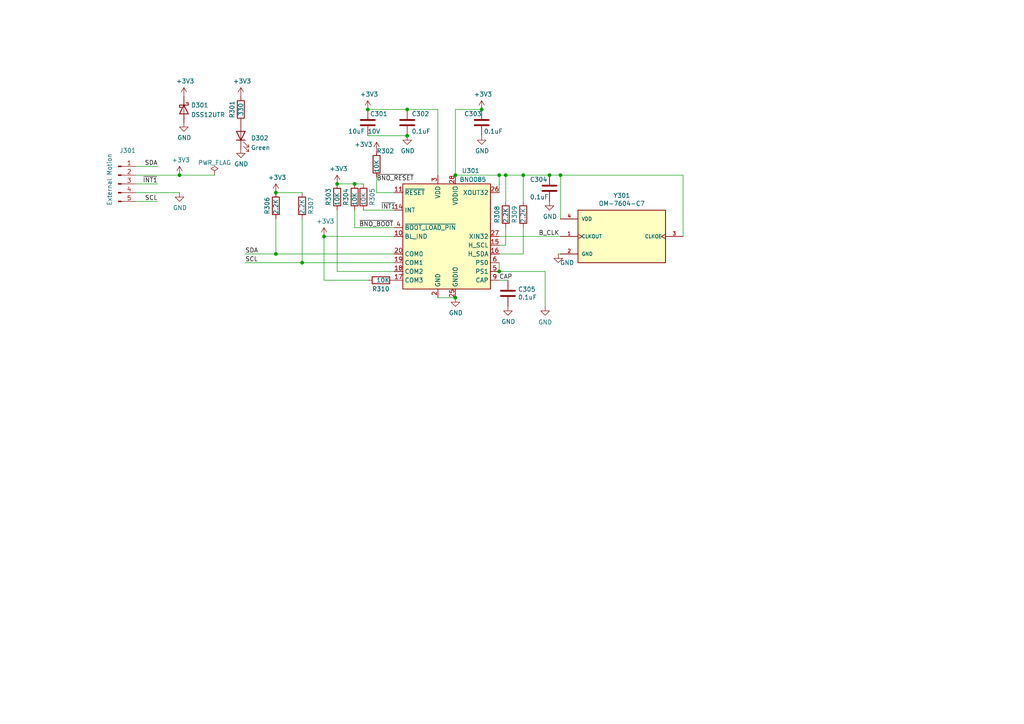
<source format=kicad_sch>
(kicad_sch (version 20211123) (generator eeschema)
  (paper "A4")
  (lib_symbols
    (symbol "Aaron:BNO080"
      (property "Reference" "U" (at -11.43 16.51 0))
      (property "Value" "BNO080" (at 12.7 16.51 0))
      (symbol "BNO080_0_1"
        (rectangle (start -12.7 15.24) (end 12.7 -15.24) (stroke (width 0.254)) (fill (type background)))
      )
      (symbol "BNO080_1_1"
        (pin no_connect line (at -15.24 10.16 0) (length 2.54) hide (name "PIN1") (number "1"))
        (pin output line (at -15.24 0 0) (length 2.54) (name "BL_IND") (number "10"))
        (pin input line (at -15.24 12.7 0) (length 2.54) (name "~{RESET}") (number "11"))
        (pin no_connect line (at 15.24 10.16 180) (length 2.54) hide (name "NC") (number "12"))
        (pin no_connect line (at 15.24 7.62 180) (length 2.54) hide (name "NC") (number "13"))
        (pin output line (at -15.24 7.62 0) (length 2.54) (name "INT") (number "14"))
        (pin bidirectional line (at 15.24 -2.54 180) (length 2.54) (name "H_SCL") (number "15"))
        (pin bidirectional line (at 15.24 -5.08 180) (length 2.54) (name "H_SDA") (number "16"))
        (pin input line (at -15.24 -12.7 0) (length 2.54) (name "COM3") (number "17"))
        (pin bidirectional line (at -15.24 -10.16 0) (length 2.54) (name "COM2") (number "18"))
        (pin bidirectional line (at -15.24 -7.62 0) (length 2.54) (name "COM1") (number "19"))
        (pin power_in line (at -2.54 -17.78 90) (length 2.54) (name "GND") (number "2"))
        (pin bidirectional line (at -15.24 -5.08 0) (length 2.54) (name "COM0") (number "20"))
        (pin no_connect line (at 15.24 5.08 180) (length 2.54) hide (name "NC") (number "21"))
        (pin no_connect line (at 15.24 2.54 180) (length 2.54) hide (name "NC") (number "22"))
        (pin no_connect line (at -1.27 -2.54 180) (length 2.54) hide (name "NC") (number "23"))
        (pin no_connect line (at -1.27 -5.08 180) (length 2.54) hide (name "NC") (number "24"))
        (pin power_in line (at 2.54 -17.78 90) (length 2.54) (name "GNDIO") (number "25"))
        (pin output line (at 15.24 12.7 180) (length 2.54) (name "XOUT32") (number "26"))
        (pin input line (at 15.24 0 180) (length 2.54) (name "XIN32") (number "27"))
        (pin power_in line (at 2.54 17.78 270) (length 2.54) (name "VDDIO") (number "28"))
        (pin power_in line (at -2.54 17.78 270) (length 2.54) (name "VDD") (number "3"))
        (pin input line (at -15.24 2.54 0) (length 2.54) (name "~{BOOT_LOAD_PIN}") (number "4"))
        (pin input line (at 15.24 -10.16 180) (length 2.54) (name "PS1") (number "5"))
        (pin input line (at 15.24 -7.62 180) (length 2.54) (name "PS0") (number "6"))
        (pin no_connect line (at -15.24 5.08 0) (length 2.54) hide (name "PIN7") (number "7"))
        (pin no_connect line (at -15.24 -2.54 0) (length 2.54) hide (name "PIN8") (number "8"))
        (pin passive line (at 15.24 -12.7 180) (length 2.54) (name "CAP") (number "9"))
      )
    )
    (symbol "Aaron:OM-7604-C7" (pin_names (offset 1.016))
      (property "Reference" "Y" (at -12.7 8.89 0))
      (property "Value" "OM-7604-C7" (at -12.7254 -10.1854 0))
      (symbol "OM-7604-C7_0_0"
        (rectangle (start -12.7 -7.62) (end 12.7 7.62) (stroke (width 0.254)) (fill (type background)))
        (pin output clock (at 17.78 0 180) (length 5.08) (name "CLKOUT") (number "1"))
        (pin power_in line (at 17.78 -5.08 180) (length 5.08) (name "GND") (number "2"))
        (pin input clock (at -17.78 0 0) (length 5.08) (name "CLKOE") (number "3"))
        (pin power_in line (at 17.78 5.08 180) (length 5.08) (name "VDD") (number "4"))
      )
    )
    (symbol "Connector:Conn_01x05_Male" (pin_names (offset 1.016) hide)
      (property "Reference" "J" (at 0 7.62 0))
      (property "Value" "Conn_01x05_Male" (at 0 -7.62 0))
      (symbol "Conn_01x05_Male_1_1"
        (polyline (pts (xy 1.27 -5.08) (xy 0.8636 -5.08)) (stroke (width 0.1524)))
        (polyline (pts (xy 1.27 -2.54) (xy 0.8636 -2.54)) (stroke (width 0.1524)))
        (polyline (pts (xy 1.27 0) (xy 0.8636 0)) (stroke (width 0.1524)))
        (polyline (pts (xy 1.27 2.54) (xy 0.8636 2.54)) (stroke (width 0.1524)))
        (polyline (pts (xy 1.27 5.08) (xy 0.8636 5.08)) (stroke (width 0.1524)))
        (rectangle (start 0.8636 -4.953) (end 0 -5.207) (stroke (width 0.1524)) (fill (type outline)))
        (rectangle (start 0.8636 -2.413) (end 0 -2.667) (stroke (width 0.1524)) (fill (type outline)))
        (rectangle (start 0.8636 0.127) (end 0 -0.127) (stroke (width 0.1524)) (fill (type outline)))
        (rectangle (start 0.8636 2.667) (end 0 2.413) (stroke (width 0.1524)) (fill (type outline)))
        (rectangle (start 0.8636 5.207) (end 0 4.953) (stroke (width 0.1524)) (fill (type outline)))
        (pin passive line (at 5.08 5.08 180) (length 3.81) (name "Pin_1") (number "1"))
        (pin passive line (at 5.08 2.54 180) (length 3.81) (name "Pin_2") (number "2"))
        (pin passive line (at 5.08 0 180) (length 3.81) (name "Pin_3") (number "3"))
        (pin passive line (at 5.08 -2.54 180) (length 3.81) (name "Pin_4") (number "4"))
        (pin passive line (at 5.08 -5.08 180) (length 3.81) (name "Pin_5") (number "5"))
      )
    )
    (symbol "Device:C" (pin_numbers hide) (pin_names (offset 0.254))
      (property "Reference" "C" (at 0.635 2.54 0))
      (property "Value" "C" (at 0.635 -2.54 0))
      (symbol "C_0_1"
        (polyline (pts (xy -2.032 -0.762) (xy 2.032 -0.762)) (stroke (width 0.508)))
        (polyline (pts (xy -2.032 0.762) (xy 2.032 0.762)) (stroke (width 0.508)))
      )
      (symbol "C_1_1"
        (pin passive line (at 0 3.81 270) (length 2.794) (name "~") (number "1"))
        (pin passive line (at 0 -3.81 90) (length 2.794) (name "~") (number "2"))
      )
    )
    (symbol "Device:D_Schottky" (pin_numbers hide) (pin_names (offset 1.016) hide)
      (property "Reference" "D" (at 0 2.54 0))
      (property "Value" "D_Schottky" (at 0 -2.54 0))
      (symbol "D_Schottky_0_1"
        (polyline (pts (xy 1.27 0) (xy -1.27 0)))
        (polyline (pts (xy 1.27 1.27) (xy 1.27 -1.27) (xy -1.27 0) (xy 1.27 1.27)) (stroke (width 0.254)))
        (polyline (pts (xy -1.905 0.635) (xy -1.905 1.27) (xy -1.27 1.27) (xy -1.27 -1.27) (xy -0.635 -1.27) (xy -0.635 -0.635)) (stroke (width 0.254)))
      )
      (symbol "D_Schottky_1_1"
        (pin passive line (at -3.81 0 0) (length 2.54) (name "K") (number "1"))
        (pin passive line (at 3.81 0 180) (length 2.54) (name "A") (number "2"))
      )
    )
    (symbol "Device:LED" (pin_numbers hide) (pin_names (offset 1.016) hide)
      (property "Reference" "D" (at 0 2.54 0))
      (property "Value" "LED" (at 0 -2.54 0))
      (symbol "LED_0_1"
        (polyline (pts (xy -1.27 -1.27) (xy -1.27 1.27)) (stroke (width 0.254)))
        (polyline (pts (xy -1.27 0) (xy 1.27 0)))
        (polyline (pts (xy 1.27 -1.27) (xy 1.27 1.27) (xy -1.27 0) (xy 1.27 -1.27)) (stroke (width 0.254)))
        (polyline (pts (xy -3.048 -0.762) (xy -4.572 -2.286) (xy -3.81 -2.286) (xy -4.572 -2.286) (xy -4.572 -1.524)))
        (polyline (pts (xy -1.778 -0.762) (xy -3.302 -2.286) (xy -2.54 -2.286) (xy -3.302 -2.286) (xy -3.302 -1.524)))
      )
      (symbol "LED_1_1"
        (pin passive line (at -3.81 0 0) (length 2.54) (name "K") (number "1"))
        (pin passive line (at 3.81 0 180) (length 2.54) (name "A") (number "2"))
      )
    )
    (symbol "Device:R" (pin_numbers hide) (pin_names (offset 0))
      (property "Reference" "R" (at 2.032 0 90))
      (property "Value" "R" (at 0 0 90))
      (symbol "R_0_1"
        (rectangle (start -1.016 -2.54) (end 1.016 2.54) (stroke (width 0.254)))
      )
      (symbol "R_1_1"
        (pin passive line (at 0 3.81 270) (length 1.27) (name "~") (number "1"))
        (pin passive line (at 0 -3.81 90) (length 1.27) (name "~") (number "2"))
      )
    )
    (symbol "power:+3.3V" (power) (pin_names (offset 0))
      (property "Value" "+3.3V" (at 0 3.556 0))
      (symbol "+3.3V_0_1"
        (polyline (pts (xy -0.762 1.27) (xy 0 2.54)))
        (polyline (pts (xy 0 0) (xy 0 2.54)))
        (polyline (pts (xy 0 2.54) (xy 0.762 1.27)))
      )
      (symbol "+3.3V_1_1"
        (pin power_in line (at 0 0 90) (length 0) hide (name "+3V3") (number "1"))
      )
    )
    (symbol "power:GND" (power) (pin_names (offset 0))
      (property "Value" "GND" (at 0 -3.81 0))
      (symbol "GND_0_1"
        (polyline (pts (xy 0 0) (xy 0 -1.27) (xy 1.27 -1.27) (xy 0 -2.54) (xy -1.27 -1.27) (xy 0 -1.27)))
      )
      (symbol "GND_1_1"
        (pin power_in line (at 0 0 270) (length 0) hide (name "GND") (number "1"))
      )
    )
    (symbol "power:PWR_FLAG" (power) (pin_numbers hide) (pin_names (offset 0) hide)
      (property "Value" "PWR_FLAG" (at 0 3.81 0))
      (symbol "PWR_FLAG_0_0"
        (pin power_out line (at 0 0 90) (length 0) (name "pwr") (number "1"))
      )
      (symbol "PWR_FLAG_0_1"
        (polyline (pts (xy 0 0) (xy 0 1.27) (xy -1.016 1.905) (xy 0 2.54) (xy 1.016 1.905) (xy 0 1.27)))
      )
    )
  )
  (junction (at 80.01 55.88))
  (junction (at 144.78 78.74))
  (junction (at 52.07 50.8))
  (junction (at 102.87 53.34))
  (junction (at 132.08 86.36))
  (junction (at 97.79 53.34))
  (junction (at 118.11 39.37))
  (junction (at 93.98 68.58))
  (junction (at 162.56 50.8))
  (junction (at 151.765 50.8))
  (junction (at 139.7 31.75))
  (junction (at 132.08 50.8))
  (junction (at 87.63 76.2))
  (junction (at 118.11 31.75))
  (junction (at 106.68 31.75))
  (junction (at 159.385 50.8))
  (junction (at 80.01 73.66))
  (junction (at 146.685 50.8))
  (junction (at 144.78 50.8))
  (wire (pts (xy 106.68 39.37) (xy 118.11 39.37)))
  (wire (pts (xy 132.08 50.8) (xy 144.78 50.8)))
  (wire (pts (xy 144.78 78.74) (xy 158.115 78.74)))
  (wire (pts (xy 151.765 73.66) (xy 151.765 66.04)))
  (wire (pts (xy 105.41 60.96) (xy 114.3 60.96)))
  (wire (pts (xy 159.385 50.8) (xy 162.56 50.8)))
  (wire (pts (xy 39.37 55.88) (xy 52.07 55.88)))
  (wire (pts (xy 151.765 50.8) (xy 159.385 50.8)))
  (wire (pts (xy 144.78 76.2) (xy 144.78 78.74)))
  (wire (pts (xy 158.115 78.74) (xy 158.115 88.9)))
  (wire (pts (xy 80.01 55.88) (xy 87.63 55.88)))
  (wire (pts (xy 151.765 58.42) (xy 151.765 50.8)))
  (wire (pts (xy 97.79 60.96) (xy 97.79 78.74)))
  (wire (pts (xy 93.98 81.28) (xy 106.68 81.28)))
  (wire (pts (xy 45.72 53.34) (xy 39.37 53.34)))
  (wire (pts (xy 39.37 48.26) (xy 45.72 48.26)))
  (wire (pts (xy 97.79 53.34) (xy 102.87 53.34)))
  (wire (pts (xy 146.685 66.04) (xy 146.685 71.12)))
  (wire (pts (xy 102.87 66.04) (xy 102.87 60.96)))
  (wire (pts (xy 146.685 71.12) (xy 144.78 71.12)))
  (wire (pts (xy 102.87 53.34) (xy 105.41 53.34)))
  (wire (pts (xy 109.22 55.88) (xy 109.22 51.435)))
  (wire (pts (xy 114.3 66.04) (xy 102.87 66.04)))
  (wire (pts (xy 93.98 68.58) (xy 114.3 68.58)))
  (wire (pts (xy 39.37 58.42) (xy 45.72 58.42)))
  (wire (pts (xy 39.37 50.8) (xy 52.07 50.8)))
  (wire (pts (xy 114.3 73.66) (xy 80.01 73.66)))
  (wire (pts (xy 106.68 31.75) (xy 118.11 31.75)))
  (wire (pts (xy 144.78 73.66) (xy 151.765 73.66)))
  (wire (pts (xy 52.07 50.8) (xy 62.23 50.8)))
  (wire (pts (xy 147.32 81.28) (xy 144.78 81.28)))
  (wire (pts (xy 132.08 31.75) (xy 139.7 31.75)))
  (wire (pts (xy 144.78 50.8) (xy 146.685 50.8)))
  (wire (pts (xy 146.685 50.8) (xy 151.765 50.8)))
  (wire (pts (xy 97.79 78.74) (xy 114.3 78.74)))
  (wire (pts (xy 132.08 86.36) (xy 127 86.36)))
  (wire (pts (xy 132.08 31.75) (xy 132.08 50.8)))
  (wire (pts (xy 162.56 73.66) (xy 161.925 73.66)))
  (wire (pts (xy 87.63 76.2) (xy 114.3 76.2)))
  (wire (pts (xy 198.12 50.8) (xy 198.12 68.58)))
  (wire (pts (xy 144.78 55.88) (xy 144.78 50.8)))
  (wire (pts (xy 144.78 68.58) (xy 162.56 68.58)))
  (wire (pts (xy 71.12 76.2) (xy 87.63 76.2)))
  (wire (pts (xy 162.56 50.8) (xy 198.12 50.8)))
  (wire (pts (xy 162.56 50.8) (xy 162.56 63.5)))
  (wire (pts (xy 93.98 68.58) (xy 93.98 81.28)))
  (wire (pts (xy 80.01 63.5) (xy 80.01 73.66)))
  (wire (pts (xy 109.22 55.88) (xy 114.3 55.88)))
  (wire (pts (xy 118.11 31.75) (xy 127 31.75)))
  (wire (pts (xy 87.63 76.2) (xy 87.63 63.5)))
  (wire (pts (xy 127 31.75) (xy 127 50.8)))
  (wire (pts (xy 80.01 73.66) (xy 71.12 73.66)))
  (wire (pts (xy 146.685 50.8) (xy 146.685 58.42)))
  (label "B_CLK" (at 156.21 68.58 0))
  (label "~{BNO_BOOT}" (at 104.14 66.04 0))
  (label "SCL" (at 45.72 58.42 180))
  (label "CAP" (at 144.78 81.28 0))
  (label "SDA" (at 45.72 48.26 180))
  (label "SDA" (at 71.12 73.66 0))
  (label "~{BNO_RESET}" (at 109.22 52.705 0))
  (label "~{INT1}" (at 45.72 53.34 180))
  (label "~{INT1}" (at 110.49 60.96 0))
  (label "SCL" (at 71.12 76.2 0))
  (symbol (lib_id "power:GND") (at 69.85 43.18 0) (unit 1)
    (property "Reference" "#PWR0308" (effects hide))
    (property "Value" "GND" (at 69.977 47.5742 0))
  )
  (symbol (lib_id "Device:C") (at 147.32 85.09 0) (unit 1)
    (property "Reference" "C305" (at 150.241 83.9216 0) (effects (justify left)))
    (property "Value" "0.1uF" (at 150.241 86.233 0) (effects (justify left)))
    (property "Footprint" "Capacitor_SMD:C_0603_1608Metric" (effects hide))
    (property "MFR" "KEMET" (effects hide))
    (property "MPN" "C0603C104M3RAC7867" (effects hide))
    (property "SPR" "Digikey" (effects hide))
    (property "SPN" "399-C0603C104M3RAC7867CT-ND" (effects hide))
    (property "SPURL" "https://www.digikey.com/en/products/detail/kemet/C0603C104M3RAC7867/416046" (effects hide))
    (property "DESC" "0.1 µF ±20% 25V Ceramic Capacitor X7R 0603 (1608 Metric)" (effects hide))
    (property "MANUFACTURER" "KEMET" (effects hide))
  )
  (symbol (lib_id "Device:R") (at 97.79 57.15 0) (unit 1)
    (property "Reference" "R303" (at 95.25 59.69 90) (effects (justify left)))
    (property "Value" "10K" (at 97.79 59.69 90) (effects (justify left)))
    (property "Footprint" "Resistor_SMD:R_0603_1608Metric" (effects hide))
    (property "MFR" "Yageo" (effects hide))
    (property "MPN" "RC0402FR-070RL" (effects hide))
    (property "SPR" "Digikey" (effects hide))
    (property "SPN" "311-0.0LRCT-ND" (effects hide))
    (property "SPURL" "https://www.digikey.com/en/products/detail/yageo/RC0402FR-070RL/2827570" (effects hide))
    (property "DESC" "10 kOhms ±1% 0.1W, 1/10W Chip Resistor 0603 (1608 Metric) Moisture Resistant Thick Film" (effects hide))
    (property "MANUFACTURER" "YAGEO" (effects hide))
  )
  (symbol (lib_id "Device:R") (at 102.87 57.15 0) (unit 1)
    (property "Reference" "R304" (at 100.33 59.69 90) (effects (justify left)))
    (property "Value" "10K" (at 102.87 59.69 90) (effects (justify left)))
    (property "Footprint" "Resistor_SMD:R_0603_1608Metric" (effects hide))
    (property "MFR" "Yageo" (effects hide))
    (property "MPN" "RC0402FR-070RL" (effects hide))
    (property "SPR" "Digikey" (effects hide))
    (property "SPN" "311-0.0LRCT-ND" (effects hide))
    (property "SPURL" "https://www.digikey.com/en/products/detail/yageo/RC0402FR-070RL/2827570" (effects hide))
    (property "DESC" "10 kOhms ±1% 0.1W, 1/10W Chip Resistor 0603 (1608 Metric) Moisture Resistant Thick Film" (effects hide))
    (property "MANUFACTURER" "YAGEO" (effects hide))
  )
  (symbol (lib_id "power:+3.3V") (at 97.79 53.34 0) (unit 1)
    (property "Reference" "#PWR0311" (effects hide))
    (property "Value" "+3.3V" (at 98.171 48.9458 0))
  )
  (symbol (lib_id "power:+3.3V") (at 53.34 27.94 0) (unit 1)
    (property "Reference" "#PWR0301" (effects hide))
    (property "Value" "+3.3V" (at 53.721 23.5458 0))
  )
  (symbol (lib_id "Device:R") (at 110.49 81.28 90) (unit 1)
    (property "Reference" "R310" (at 113.03 83.82 90) (effects (justify left)))
    (property "Value" "10K" (at 113.03 81.28 90) (effects (justify left)))
    (property "Footprint" "Resistor_SMD:R_0603_1608Metric" (effects hide))
    (property "MFR" "Yageo" (effects hide))
    (property "MPN" "RC0402FR-070RL" (effects hide))
    (property "SPR" "Digikey" (effects hide))
    (property "SPN" "311-0.0LRCT-ND" (effects hide))
    (property "SPURL" "https://www.digikey.com/en/products/detail/yageo/RC0402FR-070RL/2827570" (effects hide))
    (property "DESC" "10 kOhms ±1% 0.1W, 1/10W Chip Resistor 0603 (1608 Metric) Moisture Resistant Thick Film" (effects hide))
    (property "MANUFACTURER" "YAGEO" (effects hide))
  )
  (symbol (lib_id "power:GND") (at 53.34 35.56 0) (unit 1)
    (property "Reference" "#PWR0305" (effects hide))
    (property "Value" "GND" (at 53.467 39.9542 0))
  )
  (symbol (lib_id "power:GND") (at 161.925 73.66 0) (unit 1)
    (property "Reference" "#PWR0316" (effects hide))
    (property "Value" "GND" (at 164.465 76.2 0))
  )
  (symbol (lib_id "Device:R") (at 146.685 62.23 0) (unit 1)
    (property "Reference" "R308" (at 144.145 64.77 90) (effects (justify left)))
    (property "Value" "2.2K" (at 146.685 64.77 90) (effects (justify left)))
    (property "Footprint" "Resistor_SMD:R_0603_1608Metric" (effects hide))
    (property "MFR" "Yageo" (effects hide))
    (property "MPN" "RC0603FR-074K7L" (effects hide))
    (property "SPR" "Digikey" (effects hide))
    (property "SPN" "311-4.70KHRCT-ND" (effects hide))
    (property "SPURL" "https://www.digikey.com/en/products/detail/yageo/RC0603FR-074K7L/727212" (effects hide))
    (property "DESC" "0 Ohms Jumper 0.063W, 1/16W Chip Resistor 0402 (1005 Metric) Moisture Resistant Thick Film" (effects hide))
    (property "MANUFACTURER" "YAGEO" (effects hide))
  )
  (symbol (lib_id "Device:R") (at 80.01 59.69 0) (unit 1)
    (property "Reference" "R306" (at 77.47 62.23 90) (effects (justify left)))
    (property "Value" "2.2K" (at 80.01 62.23 90) (effects (justify left)))
    (property "Footprint" "Resistor_SMD:R_0603_1608Metric" (effects hide))
    (property "MFR" "Yageo" (effects hide))
    (property "MPN" "RC0603FR-074K7L" (effects hide))
    (property "SPR" "Digikey" (effects hide))
    (property "SPN" "311-4.70KHRCT-ND" (effects hide))
    (property "SPURL" "https://www.digikey.com/en/products/detail/yageo/RC0603FR-074K7L/727212" (effects hide))
    (property "DESC" "0 Ohms Jumper 0.063W, 1/16W Chip Resistor 0402 (1005 Metric) Moisture Resistant Thick Film" (effects hide))
    (property "MANUFACTURER" "YAGEO" (effects hide))
  )
  (symbol (lib_id "power:+3.3V") (at 93.98 68.58 0) (unit 1)
    (property "Reference" "#PWR0315" (effects hide))
    (property "Value" "+3.3V" (at 94.361 64.1858 0))
  )
  (symbol (lib_id "power:GND") (at 147.32 88.9 0) (unit 1)
    (property "Reference" "#PWR0319" (effects hide))
    (property "Value" "GND" (at 147.447 93.2942 0))
  )
  (symbol (lib_id "Device:R") (at 69.85 31.75 180) (unit 1)
    (property "Reference" "R301" (at 67.31 31.75 90))
    (property "Value" "330" (at 69.85 31.75 90))
    (property "Footprint" "Resistor_SMD:R_0603_1608Metric" (effects hide))
    (property "DESC" "330 Ohms ±1% 0.1W, 1/10W Chip Resistor 0603 (1608 Metric) Moisture Resistant Thick Film" (effects hide))
    (property "MANUFACTURER" "YAGEO" (effects hide))
    (property "MFR" "YAGEO" (effects hide))
    (property "MPN" "RC0603FR-07330RL" (effects hide))
    (property "SPN" "311-330HRCT-ND" (effects hide))
    (property "SPR" "Digikey" (effects hide))
    (property "SPURL" "https://www.digikey.com/en/products/detail/yageo/RC0603FR-07330RL/727162" (effects hide))
  )
  (symbol (lib_id "Device:C") (at 139.7 35.56 0) (unit 1)
    (property "Reference" "C303" (at 134.62 33.02 0) (effects (justify left)))
    (property "Value" "0.1uF" (at 140.335 38.1 0) (effects (justify left)))
    (property "Footprint" "Capacitor_SMD:C_0603_1608Metric" (effects hide))
    (property "MFR" "KEMET" (effects hide))
    (property "MPN" "C0603C104M3RAC7867" (effects hide))
    (property "SPR" "Digikey" (effects hide))
    (property "SPN" "399-C0603C104M3RAC7867CT-ND" (effects hide))
    (property "SPURL" "https://www.digikey.com/en/products/detail/kemet/C0603C104M3RAC7867/416046" (effects hide))
    (property "DESC" "0.1 µF ±20% 25V Ceramic Capacitor X7R 0603 (1608 Metric)" (effects hide))
    (property "MANUFACTURER" "KEMET" (effects hide))
  )
  (symbol (lib_id "power:GND") (at 118.11 39.37 0) (unit 1)
    (property "Reference" "#PWR0306" (effects hide))
    (property "Value" "GND" (at 118.237 43.7642 0))
  )
  (symbol (lib_id "Device:LED") (at 69.85 39.37 90) (unit 1)
    (property "Reference" "D302" (at 72.771 40.049 90) (effects (justify right)))
    (property "Value" "Green" (at 72.771 42.8241 90) (effects (justify right)))
    (property "Footprint" "LED_SMD:LED_0603_1608Metric" (effects hide))
    (property "DESC" "Green 573nm LED Indication - Discrete 2V 0603 (1608 Metric)" (effects hide))
    (property "MANUFACTURER" "Würth Elektronik" (effects hide))
    (property "MFR" "Würth Elektronik" (effects hide))
    (property "MPN" "150060VS55040" (effects hide))
    (property "SPN" "732-12017-1-ND" (effects hide))
    (property "SPR" "Digikey" (effects hide))
    (property "SPURL" "https://www.digikey.com/en/products/detail/w%C3%BCrth-elektronik/150060VS55040/8557182" (effects hide))
  )
  (symbol (lib_id "power:PWR_FLAG") (at 62.23 50.8 0) (unit 1)
    (property "Reference" "#FLG0301" (effects hide))
    (property "Value" "PWR_FLAG" (at 62.23 47.1955 0))
  )
  (symbol (lib_id "power:+3.3V") (at 139.7 31.75 0) (unit 1)
    (property "Reference" "#PWR0304" (effects hide))
    (property "Value" "+3.3V" (at 140.081 27.3558 0))
  )
  (symbol (lib_id "Device:R") (at 87.63 59.69 0) (unit 1)
    (property "Reference" "R307" (at 90.17 62.23 90) (effects (justify left)))
    (property "Value" "2.2K" (at 87.63 62.23 90) (effects (justify left)))
    (property "Footprint" "Resistor_SMD:R_0603_1608Metric" (effects hide))
    (property "MFR" "Yageo" (effects hide))
    (property "MPN" "RC0603FR-074K7L" (effects hide))
    (property "SPR" "Digikey" (effects hide))
    (property "SPN" "311-4.70KHRCT-ND" (effects hide))
    (property "SPURL" "https://www.digikey.com/en/products/detail/yageo/RC0603FR-074K7L/727212" (effects hide))
    (property "DESC" "0 Ohms Jumper 0.063W, 1/16W Chip Resistor 0402 (1005 Metric) Moisture Resistant Thick Film" (effects hide))
    (property "MANUFACTURER" "YAGEO" (effects hide))
  )
  (symbol (lib_id "power:+3.3V") (at 80.01 55.88 0) (unit 1)
    (property "Reference" "#PWR0313" (effects hide))
    (property "Value" "+3.3V" (at 80.391 51.4858 0))
  )
  (symbol (lib_id "Device:D_Schottky") (at 53.34 31.75 270) (unit 1)
    (property "Reference" "D301" (at 55.372 30.524 90) (effects (justify left)))
    (property "Value" "DSS12UTR" (at 55.372 33.2991 90) (effects (justify left)))
    (property "Footprint" "Diode_SMD:D_SOD-123F" (effects hide))
    (property "MFR" "SMC Diode Solutions" (effects hide))
    (property "MPN" "DSS12UTR" (effects hide))
    (property "SPR" "Digikey" (effects hide))
    (property "SPN" "1655-1925-1-ND" (effects hide))
    (property "SPURL" "https://www.digikey.com/en/products/detail/smc-diode-solutions/DSS12UTR/8341857" (effects hide))
    (property "DESC" "Diode Schottky 20 V 1A Surface Mount SOD-123FL" (effects hide))
  )
  (symbol (lib_id "Device:R") (at 105.41 57.15 0) (unit 1)
    (property "Reference" "R305" (at 107.95 59.69 90) (effects (justify left)))
    (property "Value" "10K" (at 105.41 59.69 90) (effects (justify left)))
    (property "Footprint" "Resistor_SMD:R_0603_1608Metric" (effects hide))
    (property "MFR" "Yageo" (effects hide))
    (property "MPN" "RC0402FR-070RL" (effects hide))
    (property "SPR" "Digikey" (effects hide))
    (property "SPN" "311-0.0LRCT-ND" (effects hide))
    (property "SPURL" "https://www.digikey.com/en/products/detail/yageo/RC0402FR-070RL/2827570" (effects hide))
    (property "DESC" "10 kOhms ±1% 0.1W, 1/10W Chip Resistor 0603 (1608 Metric) Moisture Resistant Thick Film" (effects hide))
    (property "MANUFACTURER" "YAGEO" (effects hide))
  )
  (symbol (lib_id "Device:R") (at 109.22 47.625 0) (unit 1)
    (property "Reference" "R302" (at 109.22 43.815 0) (effects (justify left)))
    (property "Value" "10K" (at 109.22 50.165 90) (effects (justify left)))
    (property "Footprint" "Resistor_SMD:R_0603_1608Metric" (effects hide))
    (property "MFR" "Yageo" (effects hide))
    (property "MPN" "RC0402FR-070RL" (effects hide))
    (property "SPR" "Digikey" (effects hide))
    (property "SPN" "311-0.0LRCT-ND" (effects hide))
    (property "SPURL" "https://www.digikey.com/en/products/detail/yageo/RC0402FR-070RL/2827570" (effects hide))
    (property "DESC" "10 kOhms ±1% 0.1W, 1/10W Chip Resistor 0603 (1608 Metric) Moisture Resistant Thick Film" (effects hide))
    (property "MANUFACTURER" "YAGEO" (effects hide))
  )
  (symbol (lib_id "power:+3.3V") (at 109.22 43.815 0) (unit 1)
    (property "Reference" "#PWR0309" (effects hide))
    (property "Value" "+3.3V" (at 105.41 41.91 0))
  )
  (symbol (lib_id "power:+3.3V") (at 106.68 31.75 0) (unit 1)
    (property "Reference" "#PWR0303" (effects hide))
    (property "Value" "+3.3V" (at 107.061 27.3558 0))
  )
  (symbol (lib_id "power:GND") (at 132.08 86.36 0) (unit 1)
    (property "Reference" "#PWR0317" (effects hide))
    (property "Value" "GND" (at 132.207 90.7542 0))
  )
  (symbol (lib_id "Device:R") (at 151.765 62.23 0) (unit 1)
    (property "Reference" "R309" (at 149.225 64.77 90) (effects (justify left)))
    (property "Value" "2.2K" (at 151.765 64.77 90) (effects (justify left)))
    (property "Footprint" "Resistor_SMD:R_0603_1608Metric" (effects hide))
    (property "MFR" "Yageo" (effects hide))
    (property "MPN" "RC0603FR-074K7L" (effects hide))
    (property "SPR" "Digikey" (effects hide))
    (property "SPN" "311-4.70KHRCT-ND" (effects hide))
    (property "SPURL" "https://www.digikey.com/en/products/detail/yageo/RC0603FR-074K7L/727212" (effects hide))
    (property "DESC" "0 Ohms Jumper 0.063W, 1/16W Chip Resistor 0402 (1005 Metric) Moisture Resistant Thick Film" (effects hide))
    (property "MANUFACTURER" "YAGEO" (effects hide))
  )
  (symbol (lib_id "power:+3.3V") (at 52.07 50.8 0) (unit 1)
    (property "Reference" "#PWR0310" (effects hide))
    (property "Value" "+3.3V" (at 52.451 46.4058 0))
  )
  (symbol (lib_id "Aaron:BNO080") (at 129.54 68.58 0) (unit 1)
    (property "Reference" "U301" (at 136.525 49.53 0))
    (property "Value" "BNO085" (at 137.16 52.07 0))
    (property "Footprint" "Package_LGA:LGA-28_5.2x3.8mm_P0.5mm" (effects hide))
    (property "Datasheet" "https://www.ceva-dsp.com/wp-content/uploads/2019/10/BNO080_085-Datasheet.pdf" (effects hide))
    (property "MFR" "CEVA Technologies, Inc." (effects hide))
    (property "MPN" "BNO085" (effects hide))
    (property "SPR" "Digikey" (effects hide))
    (property "SPN" "1888-1006-1-ND" (effects hide))
    (property "SPURL" "https://www.digikey.com/en/products/detail/ceva-technologies-inc/BNO085/9445940" (effects hide))
    (property "DESC" "Accelerometer, Gyroscope, Magnetometer, 9 Axis Sensor I²C, SPI, UART Output" (effects hide))
    (property "MANUFACTURER" "CEVA Technologies, Inc." (effects hide))
  )
  (symbol (lib_id "power:GND") (at 52.07 55.88 0) (unit 1)
    (property "Reference" "#PWR0312" (effects hide))
    (property "Value" "GND" (at 52.197 60.2742 0))
  )
  (symbol (lib_id "power:GND") (at 139.7 39.37 0) (unit 1)
    (property "Reference" "#PWR0307" (effects hide))
    (property "Value" "GND" (at 139.827 43.7642 0))
  )
  (symbol (lib_id "power:GND") (at 158.115 88.9 0) (unit 1)
    (property "Reference" "#PWR0320" (effects hide))
    (property "Value" "GND" (at 158.115 93.4625 0))
  )
  (symbol (lib_id "Device:C") (at 118.11 35.56 0) (unit 1)
    (property "Reference" "C302" (at 119.38 33.02 0) (effects (justify left)))
    (property "Value" "0.1uF" (at 119.38 38.1 0) (effects (justify left)))
    (property "Footprint" "Capacitor_SMD:C_0603_1608Metric" (effects hide))
    (property "MFR" "KEMET" (effects hide))
    (property "MPN" "C0603C104M3RAC7867" (effects hide))
    (property "SPR" "Digikey" (effects hide))
    (property "SPN" "399-C0603C104M3RAC7867CT-ND" (effects hide))
    (property "SPURL" "https://www.digikey.com/en/products/detail/kemet/C0603C104M3RAC7867/416046" (effects hide))
    (property "DESC" "0.1 µF ±20% 25V Ceramic Capacitor X7R 0603 (1608 Metric)" (effects hide))
    (property "MANUFACTURER" "KEMET" (effects hide))
  )
  (symbol (lib_id "power:GND") (at 159.385 58.42 0) (unit 1)
    (property "Reference" "#PWR0314" (effects hide))
    (property "Value" "GND" (at 159.512 62.8142 0))
  )
  (symbol (lib_id "power:+3.3V") (at 69.85 27.94 0) (unit 1)
    (property "Reference" "#PWR0302" (effects hide))
    (property "Value" "+3.3V" (at 70.231 23.5458 0))
  )
  (symbol (lib_id "Aaron:OM-7604-C7") (at 180.34 68.58 0) (mirror y) (unit 1)
    (property "Reference" "Y301" (at 180.34 56.7182 0))
    (property "Value" "OM-7604-C7" (at 180.34 59.0296 0))
    (property "Footprint" "Aaron:OSC_OM-7604-C7" (effects hide))
    (property "Datasheet" "32.768 kHz XO (Standard) CMOS Oscillator 1.2V ~ 5.5V Enable/Disable 4-SMD, No Lead" (effects hide))
    (property "MANUFACTURER" "MICRO CRYSTAL" (effects hide))
    (property "STANDARD" "Manufacturer Recommendations" (effects hide))
    (property "MAXIMUM_PACKAGE_HEIGHT" "0.7 mm" (effects hide))
    (property "PARTREV" "4.2/06.2019" (effects hide))
    (property "MFR" "Micro Crystal AG" (effects hide))
    (property "MPN" "OM-7604-C7-32.768KHZ-20PPM-TA-QC" (effects hide))
    (property "SPR" "Digikey" (effects hide))
    (property "SPN" "2195-OM-7604-C7-32.768KHZ-20PPM-TA-QCCT-ND" (effects hide))
    (property "SPURL" "https://www.digikey.com/en/products/detail/micro-crystal-ag/OM-7604-C7-32-768KHZ-20PPM-TA-QC/10431069" (effects hide))
    (property "DESC" "32.768 kHz XO (Standard) CMOS Oscillator 1.2V ~ 5.5V Enable/Disable 4-SMD, No Lead" (effects hide))
  )
  (symbol (lib_id "Device:C") (at 106.68 35.56 0) (unit 1)
    (property "Reference" "C301" (at 107.315 33.02 0) (effects (justify left)))
    (property "Value" "10uF 10V" (at 100.965 38.1 0) (effects (justify left)))
    (property "Footprint" "Capacitor_SMD:C_0603_1608Metric" (effects hide))
    (property "MFR" "Samsung Electro-Mechanics" (effects hide))
    (property "MPN" "CL10A106MP8NNNC" (effects hide))
    (property "SPR" "Digikey" (effects hide))
    (property "SPN" "1276-1871-1-ND" (effects hide))
    (property "SPURL" "https://www.digikey.com/en/products/detail/samsung-electro-mechanics/CL10A106MP8NNNC/3887529" (effects hide))
    (property "DESC" "10 µF ±20% 10V Ceramic Capacitor X5R 0603 (1608 Metric)" (effects hide))
    (property "MANUFACTURER" "Samsung Electro-Mechanics" (effects hide))
  )
  (symbol (lib_id "Device:C") (at 159.385 54.61 0) (unit 1)
    (property "Reference" "C304" (at 153.67 52.07 0) (effects (justify left)))
    (property "Value" "0.1uF" (at 153.67 57.15 0) (effects (justify left)))
    (property "Footprint" "Capacitor_SMD:C_0603_1608Metric" (effects hide))
    (property "MFR" "KEMET" (effects hide))
    (property "MPN" "C0603C104M3RAC7867" (effects hide))
    (property "SPR" "Digikey" (effects hide))
    (property "SPN" "399-C0603C104M3RAC7867CT-ND" (effects hide))
    (property "SPURL" "https://www.digikey.com/en/products/detail/kemet/C0603C104M3RAC7867/416046" (effects hide))
    (property "DESC" "0.1 µF ±20% 25V Ceramic Capacitor X7R 0603 (1608 Metric)" (effects hide))
    (property "MANUFACTURER" "KEMET" (effects hide))
  )
  (symbol (lib_id "Connector:Conn_01x05_Male") (at 34.29 53.34 0) (unit 1)
    (property "Reference" "J301" (at 37.0332 43.6626 0))
    (property "Value" "External Motion" (at 31.75 52.07 90))
    (property "Footprint" "Connector_JST:JST_PH_S5B-PH-K_1x05_P2.00mm_Horizontal" (effects hide))
    (property "MFR" "JST Sales America Inc." (effects hide))
    (property "MPN" "B5B-PH-SM4-TBT(LF)(SN)" (effects hide))
    (property "SPR" "Digikey" (effects hide))
    (property "SPN" "455-3362-1-ND" (effects hide))
    (property "SPURL" "https://www.digikey.com/en/products/detail/jst-sales-america-inc/B5B-PH-SM4-TBT-LF-SN/9918859" (effects hide))
    (property "DESC" "Connector Header Surface Mount 5 position 0.079\" (2.00mm)" (effects hide))
    (property "MANUFACTURER" "JST Sales America Inc." (effects hide))
  )
)
</source>
